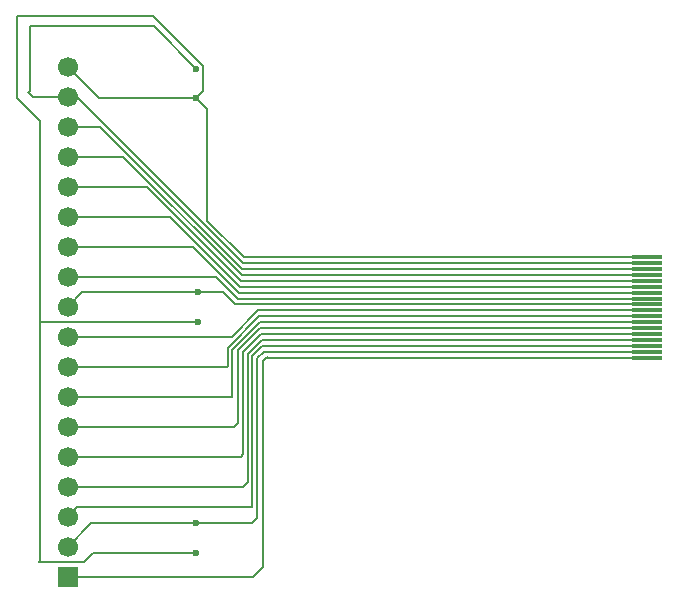
<source format=gbr>
G04 #@! TF.GenerationSoftware,KiCad,Pcbnew,9.0.7*
G04 #@! TF.CreationDate,2026-02-26T09:09:59-06:00*
G04 #@! TF.ProjectId,Flex PCB,466c6578-2050-4434-922e-6b696361645f,rev?*
G04 #@! TF.SameCoordinates,Original*
G04 #@! TF.FileFunction,Copper,L2,Bot*
G04 #@! TF.FilePolarity,Positive*
%FSLAX46Y46*%
G04 Gerber Fmt 4.6, Leading zero omitted, Abs format (unit mm)*
G04 Created by KiCad (PCBNEW 9.0.7) date 2026-02-26 09:09:59*
%MOMM*%
%LPD*%
G01*
G04 APERTURE LIST*
G04 #@! TA.AperFunction,SMDPad,CuDef*
%ADD10R,2.500000X0.350000*%
G04 #@! TD*
G04 #@! TA.AperFunction,ComponentPad*
%ADD11R,1.700000X1.700000*%
G04 #@! TD*
G04 #@! TA.AperFunction,ComponentPad*
%ADD12C,1.700000*%
G04 #@! TD*
G04 #@! TA.AperFunction,ViaPad*
%ADD13C,0.600000*%
G04 #@! TD*
G04 #@! TA.AperFunction,Conductor*
%ADD14C,0.200000*%
G04 #@! TD*
G04 #@! TA.AperFunction,Conductor*
%ADD15C,0.150000*%
G04 #@! TD*
G04 APERTURE END LIST*
D10*
G04 #@! TO.P,J1,1,Pin_1*
G04 #@! TO.N,Net-(J1-Pin_1)*
X191975000Y-88500000D03*
G04 #@! TO.P,J1,2,Pin_2*
G04 #@! TO.N,Net-(J1-Pin_2)*
X191975000Y-88000000D03*
G04 #@! TO.P,J1,3,Pin_3*
G04 #@! TO.N,Net-(J1-Pin_3)*
X191975000Y-87500000D03*
G04 #@! TO.P,J1,4,Pin_4*
G04 #@! TO.N,Net-(J1-Pin_4)*
X191975000Y-87000000D03*
G04 #@! TO.P,J1,5,Pin_5*
G04 #@! TO.N,Net-(J1-Pin_5)*
X191975000Y-86500000D03*
G04 #@! TO.P,J1,6,Pin_6*
G04 #@! TO.N,Net-(J1-Pin_6)*
X191975000Y-86000000D03*
G04 #@! TO.P,J1,7,Pin_7*
G04 #@! TO.N,Net-(J1-Pin_7)*
X191975000Y-85500000D03*
G04 #@! TO.P,J1,8,Pin_8*
G04 #@! TO.N,Net-(J1-Pin_8)*
X191975000Y-85000000D03*
G04 #@! TO.P,J1,9,Pin_9*
G04 #@! TO.N,Net-(J1-Pin_9)*
X191975000Y-84500000D03*
G04 #@! TO.P,J1,10,Pin_10*
G04 #@! TO.N,Net-(J1-Pin_10)*
X191975000Y-84000000D03*
G04 #@! TO.P,J1,11,Pin_11*
G04 #@! TO.N,Net-(J1-Pin_11)*
X191975000Y-83500000D03*
G04 #@! TO.P,J1,12,Pin_12*
G04 #@! TO.N,Net-(J1-Pin_12)*
X191975000Y-83000000D03*
G04 #@! TO.P,J1,13,Pin_13*
G04 #@! TO.N,Net-(J1-Pin_13)*
X191975000Y-82500000D03*
G04 #@! TO.P,J1,14,Pin_14*
G04 #@! TO.N,Net-(J1-Pin_14)*
X191975000Y-82000000D03*
G04 #@! TO.P,J1,15,Pin_15*
G04 #@! TO.N,Net-(J1-Pin_15)*
X191975000Y-81500000D03*
G04 #@! TO.P,J1,16,Pin_16*
G04 #@! TO.N,Net-(J1-Pin_16)*
X191975000Y-81000000D03*
G04 #@! TO.P,J1,17,Pin_17*
G04 #@! TO.N,Net-(J1-Pin_17)*
X191975000Y-80500000D03*
G04 #@! TO.P,J1,18,Pin_18*
G04 #@! TO.N,/3V3*
X191975000Y-80000000D03*
G04 #@! TD*
D11*
G04 #@! TO.P,J2,1,Pin_1*
G04 #@! TO.N,Net-(J1-Pin_1)*
X142900000Y-107046000D03*
D12*
G04 #@! TO.P,J2,2,Pin_2*
G04 #@! TO.N,Net-(J1-Pin_2)*
X142900000Y-104506000D03*
G04 #@! TO.P,J2,3,Pin_3*
G04 #@! TO.N,Net-(J1-Pin_3)*
X142900000Y-101966000D03*
G04 #@! TO.P,J2,4,Pin_4*
G04 #@! TO.N,Net-(J1-Pin_4)*
X142900000Y-99426000D03*
G04 #@! TO.P,J2,5,Pin_5*
G04 #@! TO.N,Net-(J1-Pin_5)*
X142900000Y-96886000D03*
G04 #@! TO.P,J2,6,Pin_6*
G04 #@! TO.N,Net-(J1-Pin_6)*
X142900000Y-94346000D03*
G04 #@! TO.P,J2,7,Pin_7*
G04 #@! TO.N,Net-(J1-Pin_7)*
X142900000Y-91806000D03*
G04 #@! TO.P,J2,8,Pin_8*
G04 #@! TO.N,Net-(J1-Pin_8)*
X142900000Y-89266000D03*
G04 #@! TO.P,J2,9,Pin_9*
G04 #@! TO.N,Net-(J1-Pin_9)*
X142900000Y-86726000D03*
G04 #@! TO.P,J2,10,Pin_10*
G04 #@! TO.N,Net-(J1-Pin_10)*
X142900000Y-84186000D03*
G04 #@! TO.P,J2,11,Pin_11*
G04 #@! TO.N,Net-(J1-Pin_11)*
X142900000Y-81646000D03*
G04 #@! TO.P,J2,12,Pin_12*
G04 #@! TO.N,Net-(J1-Pin_12)*
X142900000Y-79106000D03*
G04 #@! TO.P,J2,13,Pin_13*
G04 #@! TO.N,Net-(J1-Pin_13)*
X142900000Y-76566000D03*
G04 #@! TO.P,J2,14,Pin_14*
G04 #@! TO.N,Net-(J1-Pin_14)*
X142900000Y-74026000D03*
G04 #@! TO.P,J2,15,Pin_15*
G04 #@! TO.N,Net-(J1-Pin_15)*
X142900000Y-71486000D03*
G04 #@! TO.P,J2,16,Pin_16*
G04 #@! TO.N,Net-(J1-Pin_16)*
X142900000Y-68946000D03*
G04 #@! TO.P,J2,17,Pin_17*
G04 #@! TO.N,Net-(J1-Pin_17)*
X142900000Y-66406000D03*
G04 #@! TO.P,J2,18,Pin_18*
G04 #@! TO.N,/3V3*
X142900000Y-63866000D03*
G04 #@! TD*
D13*
G04 #@! TO.N,Net-(J1-Pin_10)*
X153924000Y-82931000D03*
G04 #@! TO.N,Net-(J1-Pin_2)*
X153797000Y-102489000D03*
G04 #@! TO.N,/3V3*
X153924000Y-85471000D03*
X153797000Y-66490500D03*
X153797000Y-105029000D03*
G04 #@! TO.N,Net-(J1-Pin_17)*
X153797000Y-64065500D03*
G04 #@! TD*
D14*
G04 #@! TO.N,/3V3*
X157834800Y-80000000D02*
X154742400Y-76907600D01*
X192000000Y-80000000D02*
X157834800Y-80000000D01*
X154742400Y-76907600D02*
X154742400Y-67435900D01*
X154742400Y-67435900D02*
X153797000Y-66490500D01*
X138650000Y-66514000D02*
X138650000Y-59550000D01*
X140589000Y-68453000D02*
X138650000Y-66514000D01*
X138650000Y-59550000D02*
X150131443Y-59550000D01*
X154398000Y-63816557D02*
X154398000Y-65889500D01*
X150131443Y-59550000D02*
X154398000Y-63816557D01*
X154398000Y-65889500D02*
X153797000Y-66490500D01*
G04 #@! TO.N,Net-(J1-Pin_17)*
X192000000Y-80500000D02*
X157767700Y-80500000D01*
X157767700Y-80500000D02*
X143673700Y-66406000D01*
X143673700Y-66406000D02*
X142900000Y-66406000D01*
G04 #@! TO.N,Net-(J1-Pin_16)*
X192000000Y-81000000D02*
X157700600Y-81000000D01*
X157700600Y-81000000D02*
X145646600Y-68946000D01*
X145646600Y-68946000D02*
X142900000Y-68946000D01*
G04 #@! TO.N,Net-(J1-Pin_15)*
X192000000Y-81500000D02*
X157633500Y-81500000D01*
X157633500Y-81500000D02*
X147619500Y-71486000D01*
X147619500Y-71486000D02*
X142900000Y-71486000D01*
G04 #@! TO.N,Net-(J1-Pin_14)*
X192000000Y-82000000D02*
X157566400Y-82000000D01*
X157566400Y-82000000D02*
X149592400Y-74026000D01*
X149592400Y-74026000D02*
X142900000Y-74026000D01*
G04 #@! TO.N,Net-(J1-Pin_13)*
X192000000Y-82500000D02*
X157499300Y-82500000D01*
X157499300Y-82500000D02*
X151565300Y-76566000D01*
X151565300Y-76566000D02*
X142900000Y-76566000D01*
G04 #@! TO.N,Net-(J1-Pin_12)*
X192000000Y-83000000D02*
X157432200Y-83000000D01*
X157432200Y-83000000D02*
X153538200Y-79106000D01*
X153538200Y-79106000D02*
X142900000Y-79106000D01*
G04 #@! TO.N,Net-(J1-Pin_11)*
X192000000Y-83500000D02*
X157365100Y-83500000D01*
X157365100Y-83500000D02*
X155511100Y-81646000D01*
X155511100Y-81646000D02*
X142900000Y-81646000D01*
G04 #@! TO.N,Net-(J1-Pin_10)*
X153924000Y-82931000D02*
X156031000Y-82931000D01*
X156031000Y-82931000D02*
X157100000Y-84000000D01*
G04 #@! TO.N,Net-(J1-Pin_9)*
X142900000Y-86726000D02*
X156804300Y-86726000D01*
X156804300Y-86726000D02*
X159030300Y-84500000D01*
X159030300Y-84500000D02*
X192000000Y-84500000D01*
G04 #@! TO.N,Net-(J1-Pin_8)*
X156383000Y-89266000D02*
X156449000Y-89200000D01*
X142900000Y-89266000D02*
X156383000Y-89266000D01*
X156449000Y-89200000D02*
X156449000Y-87648400D01*
X156449000Y-87648400D02*
X159097400Y-85000000D01*
X159097400Y-85000000D02*
X192000000Y-85000000D01*
G04 #@! TO.N,Net-(J1-Pin_7)*
X156794000Y-91806000D02*
X156850000Y-91750000D01*
X142900000Y-91806000D02*
X156794000Y-91806000D01*
X156850000Y-87814500D02*
X159164500Y-85500000D01*
X156850000Y-91750000D02*
X156850000Y-87814500D01*
X159164500Y-85500000D02*
X192000000Y-85500000D01*
G04 #@! TO.N,Net-(J1-Pin_6)*
X157001000Y-94346000D02*
X157347000Y-94000000D01*
X142900000Y-94346000D02*
X157001000Y-94346000D01*
X157347000Y-87884600D02*
X159231600Y-86000000D01*
X157347000Y-94000000D02*
X157347000Y-87884600D01*
X159231600Y-86000000D02*
X192000000Y-86000000D01*
G04 #@! TO.N,Net-(J1-Pin_5)*
X157562000Y-96886000D02*
X157748000Y-96700000D01*
X157748000Y-96700000D02*
X157748000Y-88050700D01*
X142900000Y-96886000D02*
X157562000Y-96886000D01*
X157748000Y-88050700D02*
X159298700Y-86500000D01*
X159298700Y-86500000D02*
X192000000Y-86500000D01*
G04 #@! TO.N,Net-(J1-Pin_4)*
X142900000Y-99426000D02*
X157723000Y-99426000D01*
X157723000Y-99426000D02*
X158149000Y-99000000D01*
X159365800Y-87000000D02*
X192000000Y-87000000D01*
X158149000Y-99000000D02*
X158149000Y-88216800D01*
X158149000Y-88216800D02*
X159365800Y-87000000D01*
G04 #@! TO.N,Net-(J1-Pin_3)*
X142900000Y-101966000D02*
X143716000Y-101150000D01*
X143716000Y-101150000D02*
X158550000Y-101150000D01*
X158550000Y-101150000D02*
X158550000Y-88382900D01*
X158550000Y-88382900D02*
X159382900Y-87550000D01*
X159382900Y-87550000D02*
X159450000Y-87550000D01*
X159500000Y-87500000D02*
X192000000Y-87500000D01*
X159450000Y-87550000D02*
X159500000Y-87500000D01*
G04 #@! TO.N,Net-(J1-Pin_2)*
X158950000Y-88550000D02*
X159500000Y-88000000D01*
X158950000Y-102050000D02*
X158950000Y-88550000D01*
X159500000Y-88000000D02*
X192000000Y-88000000D01*
X153797000Y-102489000D02*
X158511000Y-102489000D01*
X158511000Y-102489000D02*
X158950000Y-102050000D01*
D15*
G04 #@! TO.N,Net-(J1-Pin_1)*
X142900000Y-107046000D02*
X158578000Y-107046000D01*
X158578000Y-107046000D02*
X159424000Y-106200000D01*
X159424000Y-106200000D02*
X159424000Y-88761413D01*
X159424000Y-88761413D02*
X159761413Y-88424000D01*
X159761413Y-88424000D02*
X159837413Y-88500000D01*
X159837413Y-88500000D02*
X192000000Y-88500000D01*
D14*
G04 #@! TO.N,/3V3*
X140462000Y-105791000D02*
X144272000Y-105791000D01*
X145034000Y-105029000D02*
X153797000Y-105029000D01*
X140589000Y-85471000D02*
X140589000Y-105664000D01*
X140589000Y-105664000D02*
X140462000Y-105791000D01*
X144272000Y-105791000D02*
X145034000Y-105029000D01*
X140589000Y-68453000D02*
X140589000Y-85471000D01*
X140589000Y-85471000D02*
X153924000Y-85471000D01*
G04 #@! TO.N,Net-(J1-Pin_2)*
X142900000Y-104506000D02*
X144917000Y-102489000D01*
X144917000Y-102489000D02*
X153797000Y-102489000D01*
G04 #@! TO.N,Net-(J1-Pin_10)*
X142900000Y-84186000D02*
X144155000Y-82931000D01*
X144155000Y-82931000D02*
X153924000Y-82931000D01*
G04 #@! TO.N,Net-(J1-Pin_17)*
X139700000Y-65913000D02*
X139700000Y-60452000D01*
X142900000Y-66406000D02*
X139939000Y-66406000D01*
X139573000Y-66040000D02*
X139700000Y-65913000D01*
X139939000Y-66406000D02*
X139573000Y-66040000D01*
X150183500Y-60452000D02*
X153797000Y-64065500D01*
X139700000Y-60452000D02*
X150183500Y-60452000D01*
G04 #@! TO.N,/3V3*
X142900000Y-63866000D02*
X145524500Y-66490500D01*
X145524500Y-66490500D02*
X153797000Y-66490500D01*
G04 #@! TO.N,Net-(J1-Pin_10)*
X157100000Y-84000000D02*
X192000000Y-84000000D01*
G04 #@! TD*
M02*

</source>
